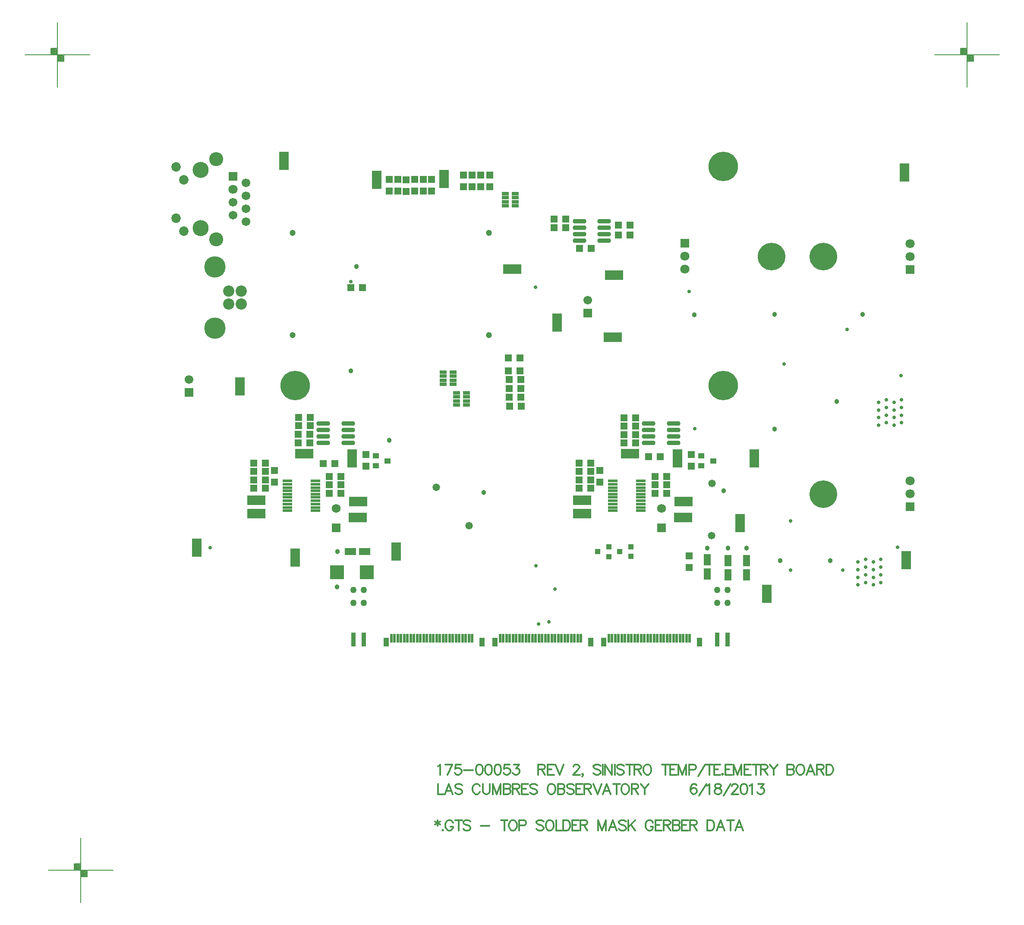
<source format=gts>
%FSLAX23Y23*%
%MOIN*%
G70*
G01*
G75*
G04 Layer_Color=8388736*
%ADD10R,0.031X0.060*%
%ADD11R,0.014X0.060*%
%ADD12R,0.030X0.100*%
%ADD13R,0.045X0.017*%
%ADD14R,0.050X0.050*%
%ADD15R,0.050X0.050*%
%ADD16R,0.036X0.036*%
%ADD17O,0.098X0.028*%
%ADD18R,0.065X0.012*%
%ADD19R,0.135X0.070*%
%ADD20R,0.070X0.135*%
%ADD21R,0.037X0.035*%
%ADD22R,0.037X0.035*%
%ADD23R,0.100X0.100*%
%ADD24R,0.048X0.078*%
%ADD25R,0.078X0.048*%
%ADD26C,0.010*%
%ADD27C,0.025*%
%ADD28C,0.008*%
%ADD29C,0.005*%
%ADD30C,0.006*%
%ADD31C,0.020*%
%ADD32C,0.050*%
%ADD33C,0.012*%
%ADD34C,0.012*%
%ADD35C,0.012*%
%ADD36C,0.220*%
%ADD37C,0.020*%
%ADD38C,0.063*%
%ADD39R,0.063X0.063*%
%ADD40C,0.050*%
%ADD41C,0.039*%
%ADD42R,0.060X0.060*%
%ADD43C,0.060*%
%ADD44R,0.059X0.059*%
%ADD45C,0.059*%
%ADD46C,0.079*%
%ADD47C,0.157*%
%ADD48C,0.059*%
%ADD49R,0.059X0.059*%
%ADD50C,0.116*%
%ADD51C,0.065*%
%ADD52C,0.100*%
%ADD53C,0.030*%
%ADD54C,0.040*%
%ADD55C,0.206*%
%ADD56C,0.079*%
G04:AMPARAMS|DCode=57|XSize=85mil|YSize=85mil|CornerRadius=0mil|HoleSize=0mil|Usage=FLASHONLY|Rotation=0.000|XOffset=0mil|YOffset=0mil|HoleType=Round|Shape=Relief|Width=10mil|Gap=10mil|Entries=4|*
%AMTHD57*
7,0,0,0.085,0.065,0.010,45*
%
%ADD57THD57*%
%ADD58C,0.080*%
G04:AMPARAMS|DCode=59|XSize=90mil|YSize=90mil|CornerRadius=0mil|HoleSize=0mil|Usage=FLASHONLY|Rotation=0.000|XOffset=0mil|YOffset=0mil|HoleType=Round|Shape=Relief|Width=10mil|Gap=10mil|Entries=4|*
%AMTHD59*
7,0,0,0.090,0.070,0.010,45*
%
%ADD59THD59*%
%ADD60C,0.070*%
G04:AMPARAMS|DCode=61|XSize=95.433mil|YSize=95.433mil|CornerRadius=0mil|HoleSize=0mil|Usage=FLASHONLY|Rotation=0.000|XOffset=0mil|YOffset=0mil|HoleType=Round|Shape=Relief|Width=10mil|Gap=10mil|Entries=4|*
%AMTHD61*
7,0,0,0.095,0.075,0.010,45*
%
%ADD61THD61*%
%ADD62C,0.075*%
%ADD63C,0.076*%
%ADD64C,0.131*%
%ADD65C,0.075*%
%ADD66C,0.168*%
%ADD67C,0.080*%
%ADD68C,0.103*%
G04:AMPARAMS|DCode=69|XSize=70mil|YSize=70mil|CornerRadius=0mil|HoleSize=0mil|Usage=FLASHONLY|Rotation=0.000|XOffset=0mil|YOffset=0mil|HoleType=Round|Shape=Relief|Width=10mil|Gap=10mil|Entries=4|*
%AMTHD69*
7,0,0,0.070,0.050,0.010,45*
%
%ADD69THD69*%
%ADD70C,0.055*%
G04:AMPARAMS|DCode=71|XSize=75mil|YSize=75mil|CornerRadius=0mil|HoleSize=0mil|Usage=FLASHONLY|Rotation=0.000|XOffset=0mil|YOffset=0mil|HoleType=Round|Shape=Relief|Width=10mil|Gap=10mil|Entries=4|*
%AMTHD71*
7,0,0,0.075,0.055,0.010,45*
%
%ADD71THD71*%
%ADD72C,0.068*%
G04:AMPARAMS|DCode=73|XSize=96.221mil|YSize=96.221mil|CornerRadius=0mil|HoleSize=0mil|Usage=FLASHONLY|Rotation=0.000|XOffset=0mil|YOffset=0mil|HoleType=Round|Shape=Relief|Width=10mil|Gap=10mil|Entries=4|*
%AMTHD73*
7,0,0,0.096,0.076,0.010,45*
%
%ADD73THD73*%
G04:AMPARAMS|DCode=74|XSize=150.551mil|YSize=150.551mil|CornerRadius=0mil|HoleSize=0mil|Usage=FLASHONLY|Rotation=0.000|XOffset=0mil|YOffset=0mil|HoleType=Round|Shape=Relief|Width=10mil|Gap=10mil|Entries=4|*
%AMTHD74*
7,0,0,0.151,0.131,0.010,45*
%
%ADD74THD74*%
G04:AMPARAMS|DCode=75|XSize=100mil|YSize=100mil|CornerRadius=0mil|HoleSize=0mil|Usage=FLASHONLY|Rotation=0.000|XOffset=0mil|YOffset=0mil|HoleType=Round|Shape=Relief|Width=10mil|Gap=10mil|Entries=4|*
%AMTHD75*
7,0,0,0.100,0.080,0.010,45*
%
%ADD75THD75*%
G04:AMPARAMS|DCode=76|XSize=123mil|YSize=123mil|CornerRadius=0mil|HoleSize=0mil|Usage=FLASHONLY|Rotation=0.000|XOffset=0mil|YOffset=0mil|HoleType=Round|Shape=Relief|Width=10mil|Gap=10mil|Entries=4|*
%AMTHD76*
7,0,0,0.123,0.103,0.010,45*
%
%ADD76THD76*%
%ADD77R,0.272X0.268*%
%ADD78R,0.075X0.037*%
%ADD79R,0.100X0.100*%
%ADD80R,0.016X0.085*%
%ADD81R,0.709X0.020*%
%ADD82R,0.053X0.053*%
%ADD83R,0.035X0.053*%
%ADD84R,0.012X0.057*%
%ADD85R,0.185X0.025*%
%ADD86R,0.100X0.025*%
%ADD87C,0.010*%
%ADD88C,0.010*%
%ADD89C,0.008*%
%ADD90C,0.007*%
%ADD91R,0.170X0.118*%
%ADD92R,0.039X0.068*%
%ADD93R,0.022X0.068*%
%ADD94R,0.038X0.108*%
%ADD95R,0.053X0.025*%
%ADD96R,0.058X0.058*%
%ADD97R,0.058X0.058*%
%ADD98R,0.044X0.044*%
%ADD99O,0.106X0.036*%
%ADD100R,0.073X0.020*%
%ADD101R,0.143X0.078*%
%ADD102R,0.078X0.143*%
%ADD103R,0.045X0.043*%
%ADD104R,0.045X0.043*%
%ADD105R,0.108X0.108*%
%ADD106R,0.056X0.086*%
%ADD107R,0.086X0.056*%
%ADD108C,0.213*%
%ADD109C,0.028*%
%ADD110C,0.071*%
%ADD111R,0.071X0.071*%
%ADD112C,0.228*%
%ADD113C,0.047*%
%ADD114R,0.068X0.068*%
%ADD115R,0.067X0.067*%
%ADD116C,0.067*%
%ADD117C,0.087*%
%ADD118C,0.165*%
%ADD119C,0.067*%
%ADD120R,0.067X0.067*%
%ADD121C,0.124*%
%ADD122C,0.073*%
%ADD123C,0.108*%
%ADD124C,0.038*%
%ADD125C,0.058*%
D28*
X58664Y38190D02*
X59164D01*
X58914Y37940D02*
Y38440D01*
X58964Y38140D02*
Y38190D01*
X58914Y38140D02*
X58964D01*
X58864Y38190D02*
Y38240D01*
X58914D01*
X58869Y38195D02*
X58909D01*
X58869D02*
Y38235D01*
X58909D01*
Y38195D02*
Y38235D01*
X58874Y38200D02*
X58904D01*
X58874D02*
Y38230D01*
X58904D01*
Y38205D02*
Y38230D01*
X58879Y38205D02*
X58899D01*
X58879D02*
Y38225D01*
X58899D01*
Y38210D02*
Y38225D01*
X58884Y38210D02*
X58894D01*
X58884D02*
Y38220D01*
X58894D01*
Y38210D02*
Y38220D01*
X58884Y38215D02*
X58894D01*
X58919Y38145D02*
X58959D01*
X58919D02*
Y38185D01*
X58959D01*
Y38145D02*
Y38185D01*
X58924Y38150D02*
X58954D01*
X58924D02*
Y38180D01*
X58954D01*
Y38155D02*
Y38180D01*
X58929Y38155D02*
X58949D01*
X58929D02*
Y38175D01*
X58949D01*
Y38160D02*
Y38175D01*
X58934Y38160D02*
X58944D01*
X58934D02*
Y38170D01*
X58944D01*
Y38160D02*
Y38170D01*
X58934Y38165D02*
X58944D01*
X51638Y38190D02*
X52138D01*
X51888Y37940D02*
Y38440D01*
X51938Y38140D02*
Y38190D01*
X51888Y38140D02*
X51938D01*
X51838Y38190D02*
Y38240D01*
X51888D01*
X51843Y38195D02*
X51883D01*
X51843D02*
Y38235D01*
X51883D01*
Y38195D02*
Y38235D01*
X51848Y38200D02*
X51878D01*
X51848D02*
Y38230D01*
X51878D01*
Y38205D02*
Y38230D01*
X51853Y38205D02*
X51873D01*
X51853D02*
Y38225D01*
X51873D01*
Y38210D02*
Y38225D01*
X51858Y38210D02*
X51868D01*
X51858D02*
Y38220D01*
X51868D01*
Y38210D02*
Y38220D01*
X51858Y38215D02*
X51868D01*
X51893Y38145D02*
X51933D01*
X51893D02*
Y38185D01*
X51933D01*
Y38145D02*
Y38185D01*
X51898Y38150D02*
X51928D01*
X51898D02*
Y38180D01*
X51928D01*
Y38155D02*
Y38180D01*
X51903Y38155D02*
X51923D01*
X51903D02*
Y38175D01*
X51923D01*
Y38160D02*
Y38175D01*
X51908Y38160D02*
X51918D01*
X51908D02*
Y38170D01*
X51918D01*
Y38160D02*
Y38170D01*
X51908Y38165D02*
X51918D01*
X51819Y31889D02*
X52319D01*
X52069Y31639D02*
Y32139D01*
X52119Y31839D02*
Y31889D01*
X52069Y31839D02*
X52119D01*
X52019Y31889D02*
Y31939D01*
X52069D01*
X52024Y31894D02*
X52064D01*
X52024D02*
Y31934D01*
X52064D01*
Y31894D02*
Y31934D01*
X52029Y31899D02*
X52059D01*
X52029D02*
Y31929D01*
X52059D01*
Y31904D02*
Y31929D01*
X52034Y31904D02*
X52054D01*
X52034D02*
Y31924D01*
X52054D01*
Y31909D02*
Y31924D01*
X52039Y31909D02*
X52049D01*
X52039D02*
Y31919D01*
X52049D01*
Y31909D02*
Y31919D01*
X52039Y31914D02*
X52049D01*
X52074Y31844D02*
X52114D01*
X52074D02*
Y31884D01*
X52114D01*
Y31844D02*
Y31884D01*
X52079Y31849D02*
X52109D01*
X52079D02*
Y31879D01*
X52109D01*
Y31854D02*
Y31879D01*
X52084Y31854D02*
X52104D01*
X52084D02*
Y31874D01*
X52104D01*
Y31859D02*
Y31874D01*
X52089Y31859D02*
X52099D01*
X52089D02*
Y31869D01*
X52099D01*
Y31859D02*
Y31869D01*
X52089Y31864D02*
X52099D01*
D33*
X54826Y32275D02*
Y32230D01*
X54807Y32264D02*
X54845Y32241D01*
Y32264D02*
X54807Y32241D01*
X54865Y32203D02*
X54861Y32199D01*
X54865Y32196D01*
X54869Y32199D01*
X54865Y32203D01*
X54944Y32256D02*
X54940Y32264D01*
X54932Y32272D01*
X54925Y32275D01*
X54909D01*
X54902Y32272D01*
X54894Y32264D01*
X54890Y32256D01*
X54887Y32245D01*
Y32226D01*
X54890Y32215D01*
X54894Y32207D01*
X54902Y32199D01*
X54909Y32196D01*
X54925D01*
X54932Y32199D01*
X54940Y32207D01*
X54944Y32215D01*
Y32226D01*
X54925D02*
X54944D01*
X54989Y32275D02*
Y32196D01*
X54962Y32275D02*
X55015D01*
X55078Y32264D02*
X55071Y32272D01*
X55059Y32275D01*
X55044D01*
X55032Y32272D01*
X55025Y32264D01*
Y32256D01*
X55029Y32249D01*
X55032Y32245D01*
X55040Y32241D01*
X55063Y32234D01*
X55071Y32230D01*
X55074Y32226D01*
X55078Y32218D01*
Y32207D01*
X55071Y32199D01*
X55059Y32196D01*
X55044D01*
X55032Y32199D01*
X55025Y32207D01*
X55159Y32230D02*
X55227D01*
X55341Y32275D02*
Y32196D01*
X55314Y32275D02*
X55367D01*
X55400D02*
X55392Y32272D01*
X55384Y32264D01*
X55381Y32256D01*
X55377Y32245D01*
Y32226D01*
X55381Y32215D01*
X55384Y32207D01*
X55392Y32199D01*
X55400Y32196D01*
X55415D01*
X55422Y32199D01*
X55430Y32207D01*
X55434Y32215D01*
X55438Y32226D01*
Y32245D01*
X55434Y32256D01*
X55430Y32264D01*
X55422Y32272D01*
X55415Y32275D01*
X55400D01*
X55456Y32234D02*
X55491D01*
X55502Y32237D01*
X55506Y32241D01*
X55510Y32249D01*
Y32260D01*
X55506Y32268D01*
X55502Y32272D01*
X55491Y32275D01*
X55456D01*
Y32196D01*
X55644Y32264D02*
X55636Y32272D01*
X55625Y32275D01*
X55609D01*
X55598Y32272D01*
X55590Y32264D01*
Y32256D01*
X55594Y32249D01*
X55598Y32245D01*
X55606Y32241D01*
X55629Y32234D01*
X55636Y32230D01*
X55640Y32226D01*
X55644Y32218D01*
Y32207D01*
X55636Y32199D01*
X55625Y32196D01*
X55609D01*
X55598Y32199D01*
X55590Y32207D01*
X55685Y32275D02*
X55677Y32272D01*
X55669Y32264D01*
X55665Y32256D01*
X55662Y32245D01*
Y32226D01*
X55665Y32215D01*
X55669Y32207D01*
X55677Y32199D01*
X55685Y32196D01*
X55700D01*
X55707Y32199D01*
X55715Y32207D01*
X55719Y32215D01*
X55723Y32226D01*
Y32245D01*
X55719Y32256D01*
X55715Y32264D01*
X55707Y32272D01*
X55700Y32275D01*
X55685D01*
X55741D02*
Y32196D01*
X55787D01*
X55796Y32275D02*
Y32196D01*
Y32275D02*
X55822D01*
X55834Y32272D01*
X55841Y32264D01*
X55845Y32256D01*
X55849Y32245D01*
Y32226D01*
X55845Y32215D01*
X55841Y32207D01*
X55834Y32199D01*
X55822Y32196D01*
X55796D01*
X55916Y32275D02*
X55867D01*
Y32196D01*
X55916D01*
X55867Y32237D02*
X55897D01*
X55930Y32275D02*
Y32196D01*
Y32275D02*
X55964D01*
X55976Y32272D01*
X55979Y32268D01*
X55983Y32260D01*
Y32253D01*
X55979Y32245D01*
X55976Y32241D01*
X55964Y32237D01*
X55930D01*
X55956D02*
X55983Y32196D01*
X56064Y32275D02*
Y32196D01*
Y32275D02*
X56094Y32196D01*
X56125Y32275D02*
X56094Y32196D01*
X56125Y32275D02*
Y32196D01*
X56209D02*
X56178Y32275D01*
X56148Y32196D01*
X56159Y32222D02*
X56197D01*
X56281Y32264D02*
X56273Y32272D01*
X56262Y32275D01*
X56246D01*
X56235Y32272D01*
X56227Y32264D01*
Y32256D01*
X56231Y32249D01*
X56235Y32245D01*
X56243Y32241D01*
X56265Y32234D01*
X56273Y32230D01*
X56277Y32226D01*
X56281Y32218D01*
Y32207D01*
X56273Y32199D01*
X56262Y32196D01*
X56246D01*
X56235Y32199D01*
X56227Y32207D01*
X56298Y32275D02*
Y32196D01*
X56352Y32275D02*
X56298Y32222D01*
X56318Y32241D02*
X56352Y32196D01*
X56490Y32256D02*
X56486Y32264D01*
X56478Y32272D01*
X56471Y32275D01*
X56455D01*
X56448Y32272D01*
X56440Y32264D01*
X56436Y32256D01*
X56433Y32245D01*
Y32226D01*
X56436Y32215D01*
X56440Y32207D01*
X56448Y32199D01*
X56455Y32196D01*
X56471D01*
X56478Y32199D01*
X56486Y32207D01*
X56490Y32215D01*
Y32226D01*
X56471D02*
X56490D01*
X56557Y32275D02*
X56508D01*
Y32196D01*
X56557D01*
X56508Y32237D02*
X56538D01*
X56571Y32275D02*
Y32196D01*
Y32275D02*
X56605D01*
X56617Y32272D01*
X56620Y32268D01*
X56624Y32260D01*
Y32253D01*
X56620Y32245D01*
X56617Y32241D01*
X56605Y32237D01*
X56571D01*
X56597D02*
X56624Y32196D01*
X56642Y32275D02*
Y32196D01*
Y32275D02*
X56676D01*
X56688Y32272D01*
X56692Y32268D01*
X56695Y32260D01*
Y32253D01*
X56692Y32245D01*
X56688Y32241D01*
X56676Y32237D01*
X56642D02*
X56676D01*
X56688Y32234D01*
X56692Y32230D01*
X56695Y32222D01*
Y32211D01*
X56692Y32203D01*
X56688Y32199D01*
X56676Y32196D01*
X56642D01*
X56763Y32275D02*
X56713D01*
Y32196D01*
X56763D01*
X56713Y32237D02*
X56744D01*
X56776Y32275D02*
Y32196D01*
Y32275D02*
X56810D01*
X56822Y32272D01*
X56826Y32268D01*
X56829Y32260D01*
Y32253D01*
X56826Y32245D01*
X56822Y32241D01*
X56810Y32237D01*
X56776D01*
X56803D02*
X56829Y32196D01*
X56910Y32275D02*
Y32196D01*
Y32275D02*
X56937D01*
X56948Y32272D01*
X56956Y32264D01*
X56960Y32256D01*
X56963Y32245D01*
Y32226D01*
X56960Y32215D01*
X56956Y32207D01*
X56948Y32199D01*
X56937Y32196D01*
X56910D01*
X57042D02*
X57012Y32275D01*
X56981Y32196D01*
X56993Y32222D02*
X57031D01*
X57088Y32275D02*
Y32196D01*
X57061Y32275D02*
X57114D01*
X57185Y32196D02*
X57154Y32275D01*
X57124Y32196D01*
X57135Y32222D02*
X57173D01*
D34*
X54828Y32691D02*
X54836Y32695D01*
X54847Y32706D01*
Y32626D01*
X54940Y32706D02*
X54902Y32626D01*
X54887Y32706D02*
X54940D01*
X55004D02*
X54966D01*
X54962Y32672D01*
X54966Y32676D01*
X54977Y32679D01*
X54988D01*
X55000Y32676D01*
X55007Y32668D01*
X55011Y32657D01*
Y32649D01*
X55007Y32638D01*
X55000Y32630D01*
X54988Y32626D01*
X54977D01*
X54966Y32630D01*
X54962Y32634D01*
X54958Y32641D01*
X55029Y32660D02*
X55098D01*
X55144Y32706D02*
X55133Y32702D01*
X55125Y32691D01*
X55121Y32672D01*
Y32660D01*
X55125Y32641D01*
X55133Y32630D01*
X55144Y32626D01*
X55152D01*
X55163Y32630D01*
X55171Y32641D01*
X55175Y32660D01*
Y32672D01*
X55171Y32691D01*
X55163Y32702D01*
X55152Y32706D01*
X55144D01*
X55215D02*
X55204Y32702D01*
X55196Y32691D01*
X55193Y32672D01*
Y32660D01*
X55196Y32641D01*
X55204Y32630D01*
X55215Y32626D01*
X55223D01*
X55234Y32630D01*
X55242Y32641D01*
X55246Y32660D01*
Y32672D01*
X55242Y32691D01*
X55234Y32702D01*
X55223Y32706D01*
X55215D01*
X55287D02*
X55275Y32702D01*
X55268Y32691D01*
X55264Y32672D01*
Y32660D01*
X55268Y32641D01*
X55275Y32630D01*
X55287Y32626D01*
X55294D01*
X55306Y32630D01*
X55313Y32641D01*
X55317Y32660D01*
Y32672D01*
X55313Y32691D01*
X55306Y32702D01*
X55294Y32706D01*
X55287D01*
X55381D02*
X55343D01*
X55339Y32672D01*
X55343Y32676D01*
X55354Y32679D01*
X55365D01*
X55377Y32676D01*
X55384Y32668D01*
X55388Y32657D01*
Y32649D01*
X55384Y32638D01*
X55377Y32630D01*
X55365Y32626D01*
X55354D01*
X55343Y32630D01*
X55339Y32634D01*
X55335Y32641D01*
X55414Y32706D02*
X55456D01*
X55433Y32676D01*
X55444D01*
X55452Y32672D01*
X55456Y32668D01*
X55460Y32657D01*
Y32649D01*
X55456Y32638D01*
X55448Y32630D01*
X55437Y32626D01*
X55425D01*
X55414Y32630D01*
X55410Y32634D01*
X55406Y32641D01*
X55603Y32706D02*
Y32626D01*
Y32706D02*
X55637D01*
X55649Y32702D01*
X55653Y32698D01*
X55656Y32691D01*
Y32683D01*
X55653Y32676D01*
X55649Y32672D01*
X55637Y32668D01*
X55603D01*
X55630D02*
X55656Y32626D01*
X55724Y32706D02*
X55674D01*
Y32626D01*
X55724D01*
X55674Y32668D02*
X55705D01*
X55737Y32706D02*
X55768Y32626D01*
X55798Y32706D02*
X55768Y32626D01*
X55875Y32687D02*
Y32691D01*
X55879Y32698D01*
X55883Y32702D01*
X55890Y32706D01*
X55906D01*
X55913Y32702D01*
X55917Y32698D01*
X55921Y32691D01*
Y32683D01*
X55917Y32676D01*
X55909Y32664D01*
X55871Y32626D01*
X55925D01*
X55950Y32630D02*
X55946Y32626D01*
X55942Y32630D01*
X55946Y32634D01*
X55950Y32630D01*
Y32622D01*
X55946Y32615D01*
X55942Y32611D01*
X56084Y32695D02*
X56076Y32702D01*
X56065Y32706D01*
X56049D01*
X56038Y32702D01*
X56030Y32695D01*
Y32687D01*
X56034Y32679D01*
X56038Y32676D01*
X56046Y32672D01*
X56069Y32664D01*
X56076Y32660D01*
X56080Y32657D01*
X56084Y32649D01*
Y32638D01*
X56076Y32630D01*
X56065Y32626D01*
X56049D01*
X56038Y32630D01*
X56030Y32638D01*
X56102Y32706D02*
Y32626D01*
X56118Y32706D02*
Y32626D01*
Y32706D02*
X56172Y32626D01*
Y32706D02*
Y32626D01*
X56194Y32706D02*
Y32626D01*
X56264Y32695D02*
X56256Y32702D01*
X56245Y32706D01*
X56230D01*
X56218Y32702D01*
X56211Y32695D01*
Y32687D01*
X56214Y32679D01*
X56218Y32676D01*
X56226Y32672D01*
X56249Y32664D01*
X56256Y32660D01*
X56260Y32657D01*
X56264Y32649D01*
Y32638D01*
X56256Y32630D01*
X56245Y32626D01*
X56230D01*
X56218Y32630D01*
X56211Y32638D01*
X56308Y32706D02*
Y32626D01*
X56282Y32706D02*
X56335D01*
X56345D02*
Y32626D01*
Y32706D02*
X56379D01*
X56390Y32702D01*
X56394Y32698D01*
X56398Y32691D01*
Y32683D01*
X56394Y32676D01*
X56390Y32672D01*
X56379Y32668D01*
X56345D01*
X56371D02*
X56398Y32626D01*
X56439Y32706D02*
X56431Y32702D01*
X56424Y32695D01*
X56420Y32687D01*
X56416Y32676D01*
Y32657D01*
X56420Y32645D01*
X56424Y32638D01*
X56431Y32630D01*
X56439Y32626D01*
X56454D01*
X56462Y32630D01*
X56469Y32638D01*
X56473Y32645D01*
X56477Y32657D01*
Y32676D01*
X56473Y32687D01*
X56469Y32695D01*
X56462Y32702D01*
X56454Y32706D01*
X56439D01*
X56585D02*
Y32626D01*
X56558Y32706D02*
X56612D01*
X56671D02*
X56621D01*
Y32626D01*
X56671D01*
X56621Y32668D02*
X56652D01*
X56684Y32706D02*
Y32626D01*
Y32706D02*
X56714Y32626D01*
X56745Y32706D02*
X56714Y32626D01*
X56745Y32706D02*
Y32626D01*
X56768Y32664D02*
X56802D01*
X56814Y32668D01*
X56817Y32672D01*
X56821Y32679D01*
Y32691D01*
X56817Y32698D01*
X56814Y32702D01*
X56802Y32706D01*
X56768D01*
Y32626D01*
X56839Y32615D02*
X56892Y32706D01*
X56924D02*
Y32626D01*
X56898Y32706D02*
X56951D01*
X57010D02*
X56961D01*
Y32626D01*
X57010D01*
X56961Y32668D02*
X56991D01*
X57027Y32634D02*
X57023Y32630D01*
X57027Y32626D01*
X57031Y32630D01*
X57027Y32634D01*
X57098Y32706D02*
X57049D01*
Y32626D01*
X57098D01*
X57049Y32668D02*
X57079D01*
X57111Y32706D02*
Y32626D01*
Y32706D02*
X57142Y32626D01*
X57172Y32706D02*
X57142Y32626D01*
X57172Y32706D02*
Y32626D01*
X57245Y32706D02*
X57195D01*
Y32626D01*
X57245D01*
X57195Y32668D02*
X57226D01*
X57285Y32706D02*
Y32626D01*
X57258Y32706D02*
X57311D01*
X57321D02*
Y32626D01*
Y32706D02*
X57355D01*
X57367Y32702D01*
X57370Y32698D01*
X57374Y32691D01*
Y32683D01*
X57370Y32676D01*
X57367Y32672D01*
X57355Y32668D01*
X57321D01*
X57347D02*
X57374Y32626D01*
X57392Y32706D02*
X57423Y32668D01*
Y32626D01*
X57453Y32706D02*
X57423Y32668D01*
X57526Y32706D02*
Y32626D01*
Y32706D02*
X57560D01*
X57572Y32702D01*
X57576Y32698D01*
X57579Y32691D01*
Y32683D01*
X57576Y32676D01*
X57572Y32672D01*
X57560Y32668D01*
X57526D02*
X57560D01*
X57572Y32664D01*
X57576Y32660D01*
X57579Y32653D01*
Y32641D01*
X57576Y32634D01*
X57572Y32630D01*
X57560Y32626D01*
X57526D01*
X57620Y32706D02*
X57613Y32702D01*
X57605Y32695D01*
X57601Y32687D01*
X57597Y32676D01*
Y32657D01*
X57601Y32645D01*
X57605Y32638D01*
X57613Y32630D01*
X57620Y32626D01*
X57635D01*
X57643Y32630D01*
X57651Y32638D01*
X57654Y32645D01*
X57658Y32657D01*
Y32676D01*
X57654Y32687D01*
X57651Y32695D01*
X57643Y32702D01*
X57635Y32706D01*
X57620D01*
X57738Y32626D02*
X57707Y32706D01*
X57677Y32626D01*
X57688Y32653D02*
X57726D01*
X57757Y32706D02*
Y32626D01*
Y32706D02*
X57791D01*
X57802Y32702D01*
X57806Y32698D01*
X57810Y32691D01*
Y32683D01*
X57806Y32676D01*
X57802Y32672D01*
X57791Y32668D01*
X57757D01*
X57783D02*
X57810Y32626D01*
X57828Y32706D02*
Y32626D01*
Y32706D02*
X57854D01*
X57866Y32702D01*
X57873Y32695D01*
X57877Y32687D01*
X57881Y32676D01*
Y32657D01*
X57877Y32645D01*
X57873Y32638D01*
X57866Y32630D01*
X57854Y32626D01*
X57828D01*
D35*
X54828Y32556D02*
Y32476D01*
X54874D01*
X54943D02*
X54913Y32556D01*
X54882Y32476D01*
X54894Y32503D02*
X54932D01*
X55015Y32545D02*
X55008Y32552D01*
X54996Y32556D01*
X54981D01*
X54970Y32552D01*
X54962Y32545D01*
Y32537D01*
X54966Y32529D01*
X54970Y32526D01*
X54977Y32522D01*
X55000Y32514D01*
X55008Y32510D01*
X55012Y32507D01*
X55015Y32499D01*
Y32487D01*
X55008Y32480D01*
X54996Y32476D01*
X54981D01*
X54970Y32480D01*
X54962Y32487D01*
X55153Y32537D02*
X55149Y32545D01*
X55142Y32552D01*
X55134Y32556D01*
X55119D01*
X55111Y32552D01*
X55104Y32545D01*
X55100Y32537D01*
X55096Y32526D01*
Y32507D01*
X55100Y32495D01*
X55104Y32487D01*
X55111Y32480D01*
X55119Y32476D01*
X55134D01*
X55142Y32480D01*
X55149Y32487D01*
X55153Y32495D01*
X55176Y32556D02*
Y32499D01*
X55180Y32487D01*
X55187Y32480D01*
X55199Y32476D01*
X55206D01*
X55218Y32480D01*
X55225Y32487D01*
X55229Y32499D01*
Y32556D01*
X55251D02*
Y32476D01*
Y32556D02*
X55282Y32476D01*
X55312Y32556D02*
X55282Y32476D01*
X55312Y32556D02*
Y32476D01*
X55335Y32556D02*
Y32476D01*
Y32556D02*
X55369D01*
X55381Y32552D01*
X55384Y32548D01*
X55388Y32541D01*
Y32533D01*
X55384Y32526D01*
X55381Y32522D01*
X55369Y32518D01*
X55335D02*
X55369D01*
X55381Y32514D01*
X55384Y32510D01*
X55388Y32503D01*
Y32491D01*
X55384Y32484D01*
X55381Y32480D01*
X55369Y32476D01*
X55335D01*
X55406Y32556D02*
Y32476D01*
Y32556D02*
X55440D01*
X55452Y32552D01*
X55456Y32548D01*
X55460Y32541D01*
Y32533D01*
X55456Y32526D01*
X55452Y32522D01*
X55440Y32518D01*
X55406D01*
X55433D02*
X55460Y32476D01*
X55527Y32556D02*
X55477D01*
Y32476D01*
X55527D01*
X55477Y32518D02*
X55508D01*
X55594Y32545D02*
X55586Y32552D01*
X55575Y32556D01*
X55559D01*
X55548Y32552D01*
X55540Y32545D01*
Y32537D01*
X55544Y32529D01*
X55548Y32526D01*
X55555Y32522D01*
X55578Y32514D01*
X55586Y32510D01*
X55590Y32507D01*
X55594Y32499D01*
Y32487D01*
X55586Y32480D01*
X55575Y32476D01*
X55559D01*
X55548Y32480D01*
X55540Y32487D01*
X55697Y32556D02*
X55690Y32552D01*
X55682Y32545D01*
X55678Y32537D01*
X55674Y32526D01*
Y32507D01*
X55678Y32495D01*
X55682Y32487D01*
X55690Y32480D01*
X55697Y32476D01*
X55712D01*
X55720Y32480D01*
X55728Y32487D01*
X55731Y32495D01*
X55735Y32507D01*
Y32526D01*
X55731Y32537D01*
X55728Y32545D01*
X55720Y32552D01*
X55712Y32556D01*
X55697D01*
X55754D02*
Y32476D01*
Y32556D02*
X55788D01*
X55800Y32552D01*
X55803Y32548D01*
X55807Y32541D01*
Y32533D01*
X55803Y32526D01*
X55800Y32522D01*
X55788Y32518D01*
X55754D02*
X55788D01*
X55800Y32514D01*
X55803Y32510D01*
X55807Y32503D01*
Y32491D01*
X55803Y32484D01*
X55800Y32480D01*
X55788Y32476D01*
X55754D01*
X55878Y32545D02*
X55871Y32552D01*
X55859Y32556D01*
X55844D01*
X55833Y32552D01*
X55825Y32545D01*
Y32537D01*
X55829Y32529D01*
X55833Y32526D01*
X55840Y32522D01*
X55863Y32514D01*
X55871Y32510D01*
X55875Y32507D01*
X55878Y32499D01*
Y32487D01*
X55871Y32480D01*
X55859Y32476D01*
X55844D01*
X55833Y32480D01*
X55825Y32487D01*
X55946Y32556D02*
X55896D01*
Y32476D01*
X55946D01*
X55896Y32518D02*
X55927D01*
X55959Y32556D02*
Y32476D01*
Y32556D02*
X55993D01*
X56005Y32552D01*
X56009Y32548D01*
X56013Y32541D01*
Y32533D01*
X56009Y32526D01*
X56005Y32522D01*
X55993Y32518D01*
X55959D01*
X55986D02*
X56013Y32476D01*
X56030Y32556D02*
X56061Y32476D01*
X56091Y32556D02*
X56061Y32476D01*
X56163D02*
X56132Y32556D01*
X56102Y32476D01*
X56113Y32503D02*
X56151D01*
X56208Y32556D02*
Y32476D01*
X56181Y32556D02*
X56235D01*
X56267D02*
X56259Y32552D01*
X56252Y32545D01*
X56248Y32537D01*
X56244Y32526D01*
Y32507D01*
X56248Y32495D01*
X56252Y32487D01*
X56259Y32480D01*
X56267Y32476D01*
X56282D01*
X56290Y32480D01*
X56297Y32487D01*
X56301Y32495D01*
X56305Y32507D01*
Y32526D01*
X56301Y32537D01*
X56297Y32545D01*
X56290Y32552D01*
X56282Y32556D01*
X56267D01*
X56324D02*
Y32476D01*
Y32556D02*
X56358D01*
X56369Y32552D01*
X56373Y32548D01*
X56377Y32541D01*
Y32533D01*
X56373Y32526D01*
X56369Y32522D01*
X56358Y32518D01*
X56324D01*
X56350D02*
X56377Y32476D01*
X56395Y32556D02*
X56425Y32518D01*
Y32476D01*
X56456Y32556D02*
X56425Y32518D01*
X56826Y32545D02*
X56822Y32552D01*
X56811Y32556D01*
X56803D01*
X56792Y32552D01*
X56784Y32541D01*
X56780Y32522D01*
Y32503D01*
X56784Y32487D01*
X56792Y32480D01*
X56803Y32476D01*
X56807D01*
X56818Y32480D01*
X56826Y32487D01*
X56830Y32499D01*
Y32503D01*
X56826Y32514D01*
X56818Y32522D01*
X56807Y32526D01*
X56803D01*
X56792Y32522D01*
X56784Y32514D01*
X56780Y32503D01*
X56847Y32465D02*
X56901Y32556D01*
X56906Y32541D02*
X56914Y32545D01*
X56925Y32556D01*
Y32476D01*
X56984Y32556D02*
X56972Y32552D01*
X56969Y32545D01*
Y32537D01*
X56972Y32529D01*
X56980Y32526D01*
X56995Y32522D01*
X57007Y32518D01*
X57014Y32510D01*
X57018Y32503D01*
Y32491D01*
X57014Y32484D01*
X57010Y32480D01*
X56999Y32476D01*
X56984D01*
X56972Y32480D01*
X56969Y32484D01*
X56965Y32491D01*
Y32503D01*
X56969Y32510D01*
X56976Y32518D01*
X56988Y32522D01*
X57003Y32526D01*
X57010Y32529D01*
X57014Y32537D01*
Y32545D01*
X57010Y32552D01*
X56999Y32556D01*
X56984D01*
X57036Y32465D02*
X57089Y32556D01*
X57098Y32537D02*
Y32541D01*
X57102Y32548D01*
X57106Y32552D01*
X57114Y32556D01*
X57129D01*
X57136Y32552D01*
X57140Y32548D01*
X57144Y32541D01*
Y32533D01*
X57140Y32526D01*
X57133Y32514D01*
X57095Y32476D01*
X57148D01*
X57189Y32556D02*
X57177Y32552D01*
X57170Y32541D01*
X57166Y32522D01*
Y32510D01*
X57170Y32491D01*
X57177Y32480D01*
X57189Y32476D01*
X57196D01*
X57208Y32480D01*
X57215Y32491D01*
X57219Y32510D01*
Y32522D01*
X57215Y32541D01*
X57208Y32552D01*
X57196Y32556D01*
X57189D01*
X57237Y32541D02*
X57245Y32545D01*
X57256Y32556D01*
Y32476D01*
X57303Y32556D02*
X57345D01*
X57322Y32526D01*
X57334D01*
X57341Y32522D01*
X57345Y32518D01*
X57349Y32507D01*
Y32499D01*
X57345Y32487D01*
X57338Y32480D01*
X57326Y32476D01*
X57315D01*
X57303Y32480D01*
X57300Y32484D01*
X57296Y32491D01*
D40*
X54256Y33955D02*
D03*
Y34055D02*
D03*
X54176D02*
D03*
Y33955D02*
D03*
X57066D02*
D03*
X56986D02*
D03*
X56986Y34055D02*
D03*
X57066D02*
D03*
D72*
X56557Y34685D02*
D03*
X54043D02*
D03*
D92*
X56110Y33653D02*
D03*
X56850D02*
D03*
X56010D02*
D03*
X55270D02*
D03*
X55170D02*
D03*
X54430D02*
D03*
D93*
X56773Y33681D02*
D03*
X56748D02*
D03*
X56723D02*
D03*
X56698D02*
D03*
X56673D02*
D03*
X56648D02*
D03*
X56623D02*
D03*
X56598D02*
D03*
X56573D02*
D03*
X56548D02*
D03*
X56523D02*
D03*
X56498D02*
D03*
X56473D02*
D03*
X56448D02*
D03*
X56423D02*
D03*
X56398D02*
D03*
X56373D02*
D03*
X56348D02*
D03*
X56323D02*
D03*
X56298D02*
D03*
X56273D02*
D03*
X56248D02*
D03*
X56223D02*
D03*
X56198D02*
D03*
X56173D02*
D03*
X56148D02*
D03*
X55933Y33680D02*
D03*
X55908D02*
D03*
X55883D02*
D03*
X55858D02*
D03*
X55833D02*
D03*
X55808D02*
D03*
X55783D02*
D03*
X55758D02*
D03*
X55733D02*
D03*
X55708D02*
D03*
X55683D02*
D03*
X55658D02*
D03*
X55633D02*
D03*
X55608D02*
D03*
X55583D02*
D03*
X55558D02*
D03*
X55533D02*
D03*
X55508D02*
D03*
X55483D02*
D03*
X55458D02*
D03*
X55433D02*
D03*
X55408D02*
D03*
X55383D02*
D03*
X55358D02*
D03*
X55333D02*
D03*
X55308D02*
D03*
X55093D02*
D03*
X55068D02*
D03*
X55043D02*
D03*
X55018D02*
D03*
X54993D02*
D03*
X54968D02*
D03*
X54943D02*
D03*
X54918D02*
D03*
X54893D02*
D03*
X54868D02*
D03*
X54843D02*
D03*
X54818D02*
D03*
X54793D02*
D03*
X54768D02*
D03*
X54743D02*
D03*
X54718D02*
D03*
X54693D02*
D03*
X54668D02*
D03*
X54643D02*
D03*
X54618D02*
D03*
X54593D02*
D03*
X54568D02*
D03*
X54543D02*
D03*
X54518D02*
D03*
X54493D02*
D03*
X54468D02*
D03*
D94*
X54176Y33671D02*
D03*
X54255D02*
D03*
X56986Y33671D02*
D03*
X57065D02*
D03*
D95*
X54972Y35578D02*
D03*
Y35547D02*
D03*
Y35516D02*
D03*
Y35484D02*
D03*
X55049D02*
D03*
Y35516D02*
D03*
Y35547D02*
D03*
Y35578D02*
D03*
X54869Y35738D02*
D03*
Y35707D02*
D03*
Y35676D02*
D03*
Y35644D02*
D03*
X54946D02*
D03*
Y35676D02*
D03*
Y35707D02*
D03*
Y35738D02*
D03*
X55348Y37024D02*
D03*
Y37056D02*
D03*
Y37087D02*
D03*
Y37118D02*
D03*
X55425D02*
D03*
Y37087D02*
D03*
Y37056D02*
D03*
Y37024D02*
D03*
D96*
X55379Y35612D02*
D03*
X55469D02*
D03*
X55380Y35544D02*
D03*
X55470D02*
D03*
X55382Y35476D02*
D03*
X55472D02*
D03*
X55380Y35681D02*
D03*
X55470D02*
D03*
X55373Y35749D02*
D03*
X55463D02*
D03*
X55372Y35847D02*
D03*
X55462D02*
D03*
X56454Y35086D02*
D03*
X56544D02*
D03*
X53942Y35031D02*
D03*
X54032D02*
D03*
X56264Y35191D02*
D03*
X56354D02*
D03*
X53749Y35193D02*
D03*
X53839D02*
D03*
X55918Y34905D02*
D03*
X56008D02*
D03*
X53404D02*
D03*
X53494D02*
D03*
X56265Y35322D02*
D03*
X56355D02*
D03*
X53751Y35325D02*
D03*
X53841D02*
D03*
X56354Y35256D02*
D03*
X56264D02*
D03*
X53840Y35259D02*
D03*
X53750D02*
D03*
X55918Y34971D02*
D03*
X56008D02*
D03*
X53404D02*
D03*
X53494D02*
D03*
X56594Y34867D02*
D03*
X56504D02*
D03*
X54080D02*
D03*
X53990D02*
D03*
X56313Y36798D02*
D03*
X56223D02*
D03*
X55726Y36854D02*
D03*
X55816D02*
D03*
X55817Y36920D02*
D03*
X55727D02*
D03*
X54244Y36390D02*
D03*
X54154D02*
D03*
X56594Y34802D02*
D03*
X56504D02*
D03*
X54080D02*
D03*
X53990D02*
D03*
X55918Y34841D02*
D03*
X56008D02*
D03*
X53404D02*
D03*
X53494D02*
D03*
X55918Y35034D02*
D03*
X56008D02*
D03*
X53404D02*
D03*
X53494D02*
D03*
X56594Y34932D02*
D03*
X56504D02*
D03*
X54080D02*
D03*
X53990D02*
D03*
X56356Y35385D02*
D03*
X56266D02*
D03*
X53842Y35389D02*
D03*
X53752D02*
D03*
X55921Y36696D02*
D03*
X56011D02*
D03*
X56222Y36874D02*
D03*
X56312D02*
D03*
D97*
X56768Y34317D02*
D03*
Y34227D02*
D03*
X56786Y35013D02*
D03*
Y35103D02*
D03*
X54272Y35013D02*
D03*
Y35103D02*
D03*
X54716Y37139D02*
D03*
Y37229D02*
D03*
X54650Y37228D02*
D03*
Y37138D02*
D03*
X54518Y37137D02*
D03*
Y37227D02*
D03*
X54581Y37226D02*
D03*
Y37136D02*
D03*
X56078Y34889D02*
D03*
Y34979D02*
D03*
X53564Y34889D02*
D03*
Y34979D02*
D03*
X54780Y37229D02*
D03*
Y37139D02*
D03*
X54453Y37228D02*
D03*
Y37138D02*
D03*
X55158Y37260D02*
D03*
Y37170D02*
D03*
X55027Y37261D02*
D03*
Y37171D02*
D03*
X55230Y37261D02*
D03*
Y37171D02*
D03*
X55093Y37262D02*
D03*
Y37172D02*
D03*
D98*
X56319Y34314D02*
D03*
X56233Y34351D02*
D03*
X56319Y34388D02*
D03*
X56148Y34313D02*
D03*
X56062Y34350D02*
D03*
X56148Y34387D02*
D03*
D99*
X56649Y35191D02*
D03*
Y35241D02*
D03*
Y35291D02*
D03*
Y35341D02*
D03*
X56457Y35191D02*
D03*
Y35241D02*
D03*
Y35291D02*
D03*
Y35341D02*
D03*
X54135Y35191D02*
D03*
Y35241D02*
D03*
Y35291D02*
D03*
Y35341D02*
D03*
X53943Y35191D02*
D03*
Y35241D02*
D03*
Y35291D02*
D03*
Y35341D02*
D03*
X56113Y36755D02*
D03*
Y36805D02*
D03*
Y36855D02*
D03*
Y36905D02*
D03*
X55921Y36755D02*
D03*
Y36805D02*
D03*
Y36855D02*
D03*
Y36905D02*
D03*
D100*
X56396Y34898D02*
D03*
X56178D02*
D03*
X56396Y34872D02*
D03*
X56178D02*
D03*
X56396Y34844D02*
D03*
X56178D02*
D03*
Y34821D02*
D03*
Y34795D02*
D03*
Y34770D02*
D03*
Y34744D02*
D03*
Y34719D02*
D03*
Y34693D02*
D03*
Y34667D02*
D03*
X56396Y34821D02*
D03*
Y34795D02*
D03*
Y34770D02*
D03*
Y34744D02*
D03*
Y34719D02*
D03*
Y34693D02*
D03*
Y34667D02*
D03*
X53882Y34898D02*
D03*
X53664D02*
D03*
X53882Y34872D02*
D03*
X53664D02*
D03*
X53882Y34844D02*
D03*
X53664D02*
D03*
Y34821D02*
D03*
Y34795D02*
D03*
Y34770D02*
D03*
Y34744D02*
D03*
Y34719D02*
D03*
Y34693D02*
D03*
Y34667D02*
D03*
X53882Y34821D02*
D03*
Y34795D02*
D03*
Y34770D02*
D03*
Y34744D02*
D03*
Y34719D02*
D03*
Y34693D02*
D03*
Y34667D02*
D03*
D101*
X56722Y34615D02*
D03*
X54208D02*
D03*
X55941Y34645D02*
D03*
X53427D02*
D03*
X55941Y34748D02*
D03*
X53427D02*
D03*
X56727Y34739D02*
D03*
X54213D02*
D03*
X55403Y36536D02*
D03*
X56188Y36487D02*
D03*
X56180Y36008D02*
D03*
X56311Y35109D02*
D03*
X53797D02*
D03*
D102*
X55750Y36123D02*
D03*
X54506Y34352D02*
D03*
X58446Y34285D02*
D03*
X57271Y35070D02*
D03*
X53727Y34306D02*
D03*
X57369Y34025D02*
D03*
X57162Y34570D02*
D03*
X58433Y37282D02*
D03*
X53298Y35628D02*
D03*
X52965Y34380D02*
D03*
X53640Y37372D02*
D03*
X56680Y35073D02*
D03*
X54166D02*
D03*
X54875Y37230D02*
D03*
X54357Y37226D02*
D03*
D103*
X56954Y35053D02*
D03*
X56862Y35090D02*
D03*
X54440Y35053D02*
D03*
X54348Y35090D02*
D03*
D104*
X56862Y35015D02*
D03*
X54348D02*
D03*
D105*
X54048Y34192D02*
D03*
X54278D02*
D03*
D106*
X57213Y34172D02*
D03*
Y34282D02*
D03*
X57068Y34282D02*
D03*
Y34172D02*
D03*
X56908Y34177D02*
D03*
Y34287D02*
D03*
D107*
X54263Y34352D02*
D03*
X54153D02*
D03*
D108*
X57405Y36633D02*
D03*
X57805D02*
D03*
Y34795D02*
D03*
D109*
X58410Y35347D02*
D03*
Y35406D02*
D03*
Y35465D02*
D03*
Y35524D02*
D03*
X58351Y35505D02*
D03*
Y35446D02*
D03*
Y35387D02*
D03*
Y35327D02*
D03*
X58292Y35347D02*
D03*
Y35406D02*
D03*
Y35465D02*
D03*
Y35524D02*
D03*
X58233Y35505D02*
D03*
Y35446D02*
D03*
Y35387D02*
D03*
Y35327D02*
D03*
X58250Y34113D02*
D03*
Y34172D02*
D03*
Y34231D02*
D03*
Y34291D02*
D03*
X58191Y34271D02*
D03*
Y34212D02*
D03*
Y34153D02*
D03*
Y34094D02*
D03*
X58132Y34113D02*
D03*
Y34172D02*
D03*
Y34231D02*
D03*
Y34291D02*
D03*
X58073Y34271D02*
D03*
Y34212D02*
D03*
Y34153D02*
D03*
Y34094D02*
D03*
X57956Y34207D02*
D03*
X58380Y34385D02*
D03*
X53068Y34382D02*
D03*
X57503Y35803D02*
D03*
X58404Y35710D02*
D03*
X56769Y36362D02*
D03*
X56812Y35302D02*
D03*
X57553Y34587D02*
D03*
Y34208D02*
D03*
X57988Y36067D02*
D03*
X55731Y34060D02*
D03*
X55687Y33809D02*
D03*
X55582Y36395D02*
D03*
X55584Y34240D02*
D03*
X55607Y33793D02*
D03*
X54157Y36437D02*
D03*
D110*
X58475Y34898D02*
D03*
Y34798D02*
D03*
Y36732D02*
D03*
Y36632D02*
D03*
X56736Y36534D02*
D03*
Y36634D02*
D03*
X53247Y37151D02*
D03*
D111*
X58475Y34698D02*
D03*
Y36532D02*
D03*
X56736Y36734D02*
D03*
D112*
X53724Y35636D02*
D03*
X57031D02*
D03*
Y37329D02*
D03*
D113*
X53706Y36024D02*
D03*
X55221D02*
D03*
X53706Y36814D02*
D03*
X55221D02*
D03*
D114*
X56557Y34535D02*
D03*
X54043D02*
D03*
D115*
X52904Y35581D02*
D03*
X55986Y36194D02*
D03*
D116*
X52904Y35681D02*
D03*
X55986Y36294D02*
D03*
D117*
X53310Y36265D02*
D03*
Y36364D02*
D03*
X53212D02*
D03*
Y36265D02*
D03*
D118*
X53105Y36552D02*
D03*
Y36077D02*
D03*
D119*
X53347Y36901D02*
D03*
Y37201D02*
D03*
X53247Y36951D02*
D03*
X53347Y37001D02*
D03*
Y37101D02*
D03*
X53247Y37051D02*
D03*
D120*
Y37251D02*
D03*
D121*
X52997Y37301D02*
D03*
Y36851D02*
D03*
D122*
X52804Y37325D02*
D03*
X52864Y37225D02*
D03*
X52804Y36927D02*
D03*
X52864Y36827D02*
D03*
D123*
X53117Y37386D02*
D03*
Y36766D02*
D03*
D124*
X57858Y34282D02*
D03*
X57473Y34282D02*
D03*
X57908Y35512D02*
D03*
X54198Y36555D02*
D03*
X54157Y35749D02*
D03*
X57429Y36186D02*
D03*
Y35299D02*
D03*
X54453Y35210D02*
D03*
X56808Y36182D02*
D03*
X58108Y36184D02*
D03*
X56908Y34377D02*
D03*
X57068D02*
D03*
X57213D02*
D03*
X54053Y34352D02*
D03*
X54048Y34077D02*
D03*
X57035Y34820D02*
D03*
X55182Y34807D02*
D03*
D125*
X54817Y34849D02*
D03*
X56945Y34878D02*
D03*
X56943Y34475D02*
D03*
X55068Y34551D02*
D03*
M02*

</source>
